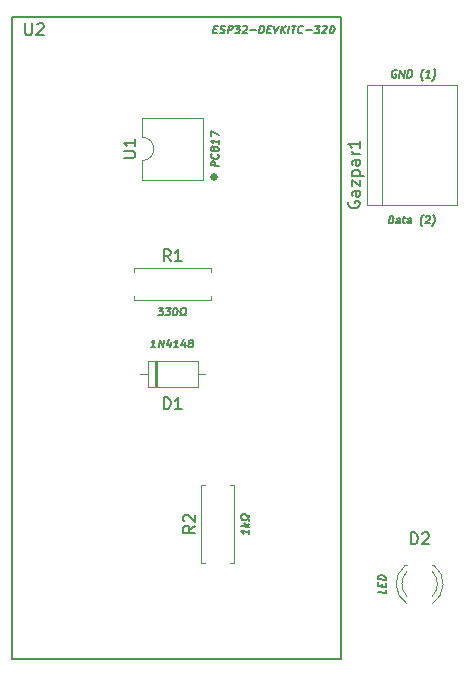
<source format=gto>
G04 #@! TF.GenerationSoftware,KiCad,Pcbnew,6.0.10+dfsg-1~bpo11+1*
G04 #@! TF.CreationDate,2023-02-14T21:12:59+00:00*
G04 #@! TF.ProjectId,Gazpar,47617a70-6172-42e6-9b69-6361645f7063,rev?*
G04 #@! TF.SameCoordinates,Original*
G04 #@! TF.FileFunction,Legend,Top*
G04 #@! TF.FilePolarity,Positive*
%FSLAX46Y46*%
G04 Gerber Fmt 4.6, Leading zero omitted, Abs format (unit mm)*
G04 Created by KiCad (PCBNEW 6.0.10+dfsg-1~bpo11+1) date 2023-02-14 21:12:59*
%MOMM*%
%LPD*%
G01*
G04 APERTURE LIST*
%ADD10C,0.150000*%
%ADD11C,0.500000*%
%ADD12C,0.120000*%
%ADD13C,0.127000*%
G04 APERTURE END LIST*
D10*
X187938938Y-60364047D02*
X188020188Y-59714047D01*
X188174950Y-59714047D01*
X188263938Y-59745000D01*
X188318105Y-59806904D01*
X188341319Y-59868809D01*
X188356796Y-59992619D01*
X188345188Y-60085476D01*
X188298760Y-60209285D01*
X188260069Y-60271190D01*
X188190427Y-60333095D01*
X188093700Y-60364047D01*
X187938938Y-60364047D01*
X188867510Y-60364047D02*
X188910069Y-60023571D01*
X188886855Y-59961666D01*
X188828819Y-59930714D01*
X188705010Y-59930714D01*
X188639236Y-59961666D01*
X188871379Y-60333095D02*
X188805605Y-60364047D01*
X188650843Y-60364047D01*
X188592808Y-60333095D01*
X188569593Y-60271190D01*
X188577331Y-60209285D01*
X188616022Y-60147380D01*
X188681796Y-60116428D01*
X188836558Y-60116428D01*
X188902331Y-60085476D01*
X189138343Y-59930714D02*
X189385962Y-59930714D01*
X189258284Y-59714047D02*
X189188641Y-60271190D01*
X189211855Y-60333095D01*
X189269891Y-60364047D01*
X189331796Y-60364047D01*
X189827034Y-60364047D02*
X189869593Y-60023571D01*
X189846379Y-59961666D01*
X189788343Y-59930714D01*
X189664534Y-59930714D01*
X189598760Y-59961666D01*
X189830903Y-60333095D02*
X189765129Y-60364047D01*
X189610367Y-60364047D01*
X189552331Y-60333095D01*
X189529117Y-60271190D01*
X189536855Y-60209285D01*
X189575546Y-60147380D01*
X189641319Y-60116428D01*
X189796081Y-60116428D01*
X189861855Y-60085476D01*
X190786558Y-60611666D02*
X190759474Y-60580714D01*
X190709177Y-60487857D01*
X190685962Y-60425952D01*
X190666617Y-60333095D01*
X190655010Y-60178333D01*
X190670486Y-60054523D01*
X190720784Y-59899761D01*
X190763343Y-59806904D01*
X190802034Y-59745000D01*
X190875546Y-59652142D01*
X190910367Y-59621190D01*
X191107688Y-59775952D02*
X191142510Y-59745000D01*
X191208284Y-59714047D01*
X191363046Y-59714047D01*
X191421081Y-59745000D01*
X191448165Y-59775952D01*
X191471379Y-59837857D01*
X191463641Y-59899761D01*
X191421081Y-59992619D01*
X191003224Y-60364047D01*
X191405605Y-60364047D01*
X191591319Y-60611666D02*
X191626141Y-60580714D01*
X191699653Y-60487857D01*
X191738343Y-60425952D01*
X191780903Y-60333095D01*
X191831200Y-60178333D01*
X191846677Y-60054523D01*
X191835069Y-59899761D01*
X191815724Y-59806904D01*
X191792510Y-59745000D01*
X191742212Y-59652142D01*
X191715129Y-59621190D01*
D11*
X173155000Y-56339285D02*
X173059761Y-56434523D01*
X173155000Y-56529761D01*
X173250238Y-56434523D01*
X173155000Y-56339285D01*
X173155000Y-56529761D01*
D10*
X188620129Y-47405000D02*
X188562093Y-47374047D01*
X188469236Y-47374047D01*
X188372510Y-47405000D01*
X188302867Y-47466904D01*
X188264177Y-47528809D01*
X188217748Y-47652619D01*
X188206141Y-47745476D01*
X188221617Y-47869285D01*
X188244831Y-47931190D01*
X188298998Y-47993095D01*
X188387986Y-48024047D01*
X188449891Y-48024047D01*
X188546617Y-47993095D01*
X188581438Y-47962142D01*
X188608522Y-47745476D01*
X188484712Y-47745476D01*
X188852272Y-48024047D02*
X188933522Y-47374047D01*
X189223700Y-48024047D01*
X189304950Y-47374047D01*
X189533224Y-48024047D02*
X189614474Y-47374047D01*
X189769236Y-47374047D01*
X189858224Y-47405000D01*
X189912391Y-47466904D01*
X189935605Y-47528809D01*
X189951081Y-47652619D01*
X189939474Y-47745476D01*
X189893046Y-47869285D01*
X189854355Y-47931190D01*
X189784712Y-47993095D01*
X189687986Y-48024047D01*
X189533224Y-48024047D01*
X190833224Y-48271666D02*
X190806141Y-48240714D01*
X190755843Y-48147857D01*
X190732629Y-48085952D01*
X190713284Y-47993095D01*
X190701677Y-47838333D01*
X190717153Y-47714523D01*
X190767450Y-47559761D01*
X190810010Y-47466904D01*
X190848700Y-47405000D01*
X190922212Y-47312142D01*
X190957034Y-47281190D01*
X191452272Y-48024047D02*
X191080843Y-48024047D01*
X191266558Y-48024047D02*
X191347808Y-47374047D01*
X191274296Y-47466904D01*
X191204653Y-47528809D01*
X191138879Y-47559761D01*
X191637986Y-48271666D02*
X191672808Y-48240714D01*
X191746319Y-48147857D01*
X191785010Y-48085952D01*
X191827569Y-47993095D01*
X191877867Y-47838333D01*
X191893343Y-47714523D01*
X191881736Y-47559761D01*
X191862391Y-47466904D01*
X191839177Y-47405000D01*
X191788879Y-47312142D01*
X191761796Y-47281190D01*
X189831904Y-87527380D02*
X189831904Y-86527380D01*
X190070000Y-86527380D01*
X190212857Y-86575000D01*
X190308095Y-86670238D01*
X190355714Y-86765476D01*
X190403333Y-86955952D01*
X190403333Y-87098809D01*
X190355714Y-87289285D01*
X190308095Y-87384523D01*
X190212857Y-87479761D01*
X190070000Y-87527380D01*
X189831904Y-87527380D01*
X190784285Y-86622619D02*
X190831904Y-86575000D01*
X190927142Y-86527380D01*
X191165238Y-86527380D01*
X191260476Y-86575000D01*
X191308095Y-86622619D01*
X191355714Y-86717857D01*
X191355714Y-86813095D01*
X191308095Y-86955952D01*
X190736666Y-87527380D01*
X191355714Y-87527380D01*
X187689047Y-91364394D02*
X187689047Y-91673918D01*
X187039047Y-91592668D01*
X187348571Y-91105168D02*
X187348571Y-90888501D01*
X187689047Y-90838203D02*
X187689047Y-91147727D01*
X187039047Y-91066477D01*
X187039047Y-90756953D01*
X187689047Y-90559632D02*
X187039047Y-90478382D01*
X187039047Y-90323620D01*
X187070000Y-90234632D01*
X187131904Y-90180465D01*
X187193809Y-90157251D01*
X187317619Y-90141775D01*
X187410476Y-90153382D01*
X187534285Y-90199811D01*
X187596190Y-90238501D01*
X187658095Y-90308144D01*
X187689047Y-90404870D01*
X187689047Y-90559632D01*
X168914404Y-76092380D02*
X168914404Y-75092380D01*
X169152500Y-75092380D01*
X169295357Y-75140000D01*
X169390595Y-75235238D01*
X169438214Y-75330476D01*
X169485833Y-75520952D01*
X169485833Y-75663809D01*
X169438214Y-75854285D01*
X169390595Y-75949523D01*
X169295357Y-76044761D01*
X169152500Y-76092380D01*
X168914404Y-76092380D01*
X170438214Y-76092380D02*
X169866785Y-76092380D01*
X170152500Y-76092380D02*
X170152500Y-75092380D01*
X170057261Y-75235238D01*
X169962023Y-75330476D01*
X169866785Y-75378095D01*
X168198105Y-70854047D02*
X167826677Y-70854047D01*
X168012391Y-70854047D02*
X168093641Y-70204047D01*
X168020129Y-70296904D01*
X167950486Y-70358809D01*
X167884712Y-70389761D01*
X168476677Y-70854047D02*
X168557927Y-70204047D01*
X168848105Y-70854047D01*
X168929355Y-70204047D01*
X169490367Y-70420714D02*
X169436200Y-70854047D01*
X169366558Y-70173095D02*
X169153760Y-70637380D01*
X169556141Y-70637380D01*
X170117153Y-70854047D02*
X169745724Y-70854047D01*
X169931438Y-70854047D02*
X170012688Y-70204047D01*
X169939177Y-70296904D01*
X169869534Y-70358809D01*
X169803760Y-70389761D01*
X170728462Y-70420714D02*
X170674296Y-70854047D01*
X170604653Y-70173095D02*
X170391855Y-70637380D01*
X170794236Y-70637380D01*
X171154058Y-70482619D02*
X171096022Y-70451666D01*
X171068938Y-70420714D01*
X171045724Y-70358809D01*
X171049593Y-70327857D01*
X171088284Y-70265952D01*
X171123105Y-70235000D01*
X171188879Y-70204047D01*
X171312688Y-70204047D01*
X171370724Y-70235000D01*
X171397808Y-70265952D01*
X171421022Y-70327857D01*
X171417153Y-70358809D01*
X171378462Y-70420714D01*
X171343641Y-70451666D01*
X171277867Y-70482619D01*
X171154058Y-70482619D01*
X171088284Y-70513571D01*
X171053462Y-70544523D01*
X171014772Y-70606428D01*
X170999296Y-70730238D01*
X171022510Y-70792142D01*
X171049593Y-70823095D01*
X171107629Y-70854047D01*
X171231438Y-70854047D01*
X171297212Y-70823095D01*
X171332034Y-70792142D01*
X171370724Y-70730238D01*
X171386200Y-70606428D01*
X171362986Y-70544523D01*
X171335903Y-70513571D01*
X171277867Y-70482619D01*
X157172801Y-43417169D02*
X157172801Y-44227005D01*
X157220438Y-44322280D01*
X157268076Y-44369918D01*
X157363350Y-44417555D01*
X157553900Y-44417555D01*
X157649175Y-44369918D01*
X157696812Y-44322280D01*
X157744450Y-44227005D01*
X157744450Y-43417169D01*
X158173187Y-43512444D02*
X158220824Y-43464807D01*
X158316099Y-43417169D01*
X158554286Y-43417169D01*
X158649561Y-43464807D01*
X158697198Y-43512444D01*
X158744836Y-43607719D01*
X158744836Y-43702994D01*
X158697198Y-43845906D01*
X158125549Y-44417555D01*
X158744836Y-44417555D01*
X173144355Y-43918571D02*
X173361022Y-43918571D01*
X173411319Y-44259047D02*
X173101796Y-44259047D01*
X173183046Y-43609047D01*
X173492569Y-43609047D01*
X173662808Y-44228095D02*
X173751796Y-44259047D01*
X173906558Y-44259047D01*
X173972331Y-44228095D01*
X174007153Y-44197142D01*
X174045843Y-44135238D01*
X174053581Y-44073333D01*
X174030367Y-44011428D01*
X174003284Y-43980476D01*
X173945248Y-43949523D01*
X173825308Y-43918571D01*
X173767272Y-43887619D01*
X173740188Y-43856666D01*
X173716974Y-43794761D01*
X173724712Y-43732857D01*
X173763403Y-43670952D01*
X173798224Y-43640000D01*
X173863998Y-43609047D01*
X174018760Y-43609047D01*
X174107748Y-43640000D01*
X174308938Y-44259047D02*
X174390188Y-43609047D01*
X174637808Y-43609047D01*
X174695843Y-43640000D01*
X174722927Y-43670952D01*
X174746141Y-43732857D01*
X174734534Y-43825714D01*
X174695843Y-43887619D01*
X174661022Y-43918571D01*
X174595248Y-43949523D01*
X174347629Y-43949523D01*
X174978284Y-43609047D02*
X175380665Y-43609047D01*
X175133046Y-43856666D01*
X175225903Y-43856666D01*
X175283938Y-43887619D01*
X175311022Y-43918571D01*
X175334236Y-43980476D01*
X175314891Y-44135238D01*
X175276200Y-44197142D01*
X175241379Y-44228095D01*
X175175605Y-44259047D01*
X174989891Y-44259047D01*
X174931855Y-44228095D01*
X174904772Y-44197142D01*
X175620546Y-43670952D02*
X175655367Y-43640000D01*
X175721141Y-43609047D01*
X175875903Y-43609047D01*
X175933938Y-43640000D01*
X175961022Y-43670952D01*
X175984236Y-43732857D01*
X175976498Y-43794761D01*
X175933938Y-43887619D01*
X175516081Y-44259047D01*
X175918462Y-44259047D01*
X176227986Y-44011428D02*
X176723224Y-44011428D01*
X177001796Y-44259047D02*
X177083046Y-43609047D01*
X177237808Y-43609047D01*
X177326796Y-43640000D01*
X177380962Y-43701904D01*
X177404177Y-43763809D01*
X177419653Y-43887619D01*
X177408046Y-43980476D01*
X177361617Y-44104285D01*
X177322927Y-44166190D01*
X177253284Y-44228095D01*
X177156558Y-44259047D01*
X177001796Y-44259047D01*
X177694355Y-43918571D02*
X177911022Y-43918571D01*
X177961319Y-44259047D02*
X177651796Y-44259047D01*
X177733046Y-43609047D01*
X178042569Y-43609047D01*
X178228284Y-43609047D02*
X178363700Y-44259047D01*
X178661617Y-43609047D01*
X178797034Y-44259047D02*
X178878284Y-43609047D01*
X179168462Y-44259047D02*
X178936319Y-43887619D01*
X179249712Y-43609047D02*
X178831855Y-43980476D01*
X179447034Y-44259047D02*
X179528284Y-43609047D01*
X179744950Y-43609047D02*
X180116379Y-43609047D01*
X179849415Y-44259047D02*
X179930665Y-43609047D01*
X180630962Y-44197142D02*
X180596141Y-44228095D01*
X180499415Y-44259047D01*
X180437510Y-44259047D01*
X180348522Y-44228095D01*
X180294355Y-44166190D01*
X180271141Y-44104285D01*
X180255665Y-43980476D01*
X180267272Y-43887619D01*
X180313700Y-43763809D01*
X180352391Y-43701904D01*
X180422034Y-43640000D01*
X180518760Y-43609047D01*
X180580665Y-43609047D01*
X180669653Y-43640000D01*
X180696736Y-43670952D01*
X180932748Y-44011428D02*
X181427986Y-44011428D01*
X181725903Y-43609047D02*
X182128284Y-43609047D01*
X181880665Y-43856666D01*
X181973522Y-43856666D01*
X182031558Y-43887619D01*
X182058641Y-43918571D01*
X182081855Y-43980476D01*
X182062510Y-44135238D01*
X182023819Y-44197142D01*
X181988998Y-44228095D01*
X181923224Y-44259047D01*
X181737510Y-44259047D01*
X181679474Y-44228095D01*
X181652391Y-44197142D01*
X182368165Y-43670952D02*
X182402986Y-43640000D01*
X182468760Y-43609047D01*
X182623522Y-43609047D01*
X182681558Y-43640000D01*
X182708641Y-43670952D01*
X182731855Y-43732857D01*
X182724117Y-43794761D01*
X182681558Y-43887619D01*
X182263700Y-44259047D01*
X182666081Y-44259047D01*
X182944653Y-44259047D02*
X183025903Y-43609047D01*
X183180665Y-43609047D01*
X183269653Y-43640000D01*
X183323819Y-43701904D01*
X183347034Y-43763809D01*
X183362510Y-43887619D01*
X183350903Y-43980476D01*
X183304474Y-44104285D01*
X183265784Y-44166190D01*
X183196141Y-44228095D01*
X183099415Y-44259047D01*
X182944653Y-44259047D01*
X169485833Y-63562380D02*
X169152500Y-63086190D01*
X168914404Y-63562380D02*
X168914404Y-62562380D01*
X169295357Y-62562380D01*
X169390595Y-62610000D01*
X169438214Y-62657619D01*
X169485833Y-62752857D01*
X169485833Y-62895714D01*
X169438214Y-62990952D01*
X169390595Y-63038571D01*
X169295357Y-63086190D01*
X168914404Y-63086190D01*
X170438214Y-63562380D02*
X169866785Y-63562380D01*
X170152500Y-63562380D02*
X170152500Y-62562380D01*
X170057261Y-62705238D01*
X169962023Y-62800476D01*
X169866785Y-62848095D01*
X168465069Y-67494047D02*
X168867450Y-67494047D01*
X168619831Y-67741666D01*
X168712688Y-67741666D01*
X168770724Y-67772619D01*
X168797808Y-67803571D01*
X168821022Y-67865476D01*
X168801677Y-68020238D01*
X168762986Y-68082142D01*
X168728165Y-68113095D01*
X168662391Y-68144047D01*
X168476677Y-68144047D01*
X168418641Y-68113095D01*
X168391558Y-68082142D01*
X169084117Y-67494047D02*
X169486498Y-67494047D01*
X169238879Y-67741666D01*
X169331736Y-67741666D01*
X169389772Y-67772619D01*
X169416855Y-67803571D01*
X169440069Y-67865476D01*
X169420724Y-68020238D01*
X169382034Y-68082142D01*
X169347212Y-68113095D01*
X169281438Y-68144047D01*
X169095724Y-68144047D01*
X169037688Y-68113095D01*
X169010605Y-68082142D01*
X169888879Y-67494047D02*
X169950784Y-67494047D01*
X170008819Y-67525000D01*
X170035903Y-67555952D01*
X170059117Y-67617857D01*
X170074593Y-67741666D01*
X170055248Y-67896428D01*
X170008819Y-68020238D01*
X169970129Y-68082142D01*
X169935308Y-68113095D01*
X169869534Y-68144047D01*
X169807629Y-68144047D01*
X169749593Y-68113095D01*
X169722510Y-68082142D01*
X169699296Y-68020238D01*
X169683819Y-67896428D01*
X169703165Y-67741666D01*
X169749593Y-67617857D01*
X169788284Y-67555952D01*
X169823105Y-67525000D01*
X169888879Y-67494047D01*
X170271915Y-68144047D02*
X170426677Y-68144047D01*
X170442153Y-68020238D01*
X170384117Y-67989285D01*
X170329950Y-67927380D01*
X170310605Y-67834523D01*
X170329950Y-67679761D01*
X170372510Y-67586904D01*
X170442153Y-67525000D01*
X170538879Y-67494047D01*
X170662688Y-67494047D01*
X170751677Y-67525000D01*
X170805843Y-67586904D01*
X170825188Y-67679761D01*
X170805843Y-67834523D01*
X170763284Y-67927380D01*
X170693641Y-67989285D01*
X170627867Y-68020238D01*
X170612391Y-68144047D01*
X170767153Y-68144047D01*
X165499880Y-54811904D02*
X166309404Y-54811904D01*
X166404642Y-54764285D01*
X166452261Y-54716666D01*
X166499880Y-54621428D01*
X166499880Y-54430952D01*
X166452261Y-54335714D01*
X166404642Y-54288095D01*
X166309404Y-54240476D01*
X165499880Y-54240476D01*
X166499880Y-53240476D02*
X166499880Y-53811904D01*
X166499880Y-53526190D02*
X165499880Y-53526190D01*
X165642738Y-53621428D01*
X165737976Y-53716666D01*
X165785595Y-53811904D01*
X173541547Y-55535346D02*
X172891547Y-55454096D01*
X172891547Y-55206477D01*
X172922500Y-55148441D01*
X172953452Y-55121358D01*
X173015357Y-55098144D01*
X173108214Y-55109751D01*
X173170119Y-55148441D01*
X173201071Y-55183263D01*
X173232023Y-55249037D01*
X173232023Y-55496656D01*
X173479642Y-54506180D02*
X173510595Y-54541001D01*
X173541547Y-54637727D01*
X173541547Y-54699632D01*
X173510595Y-54788620D01*
X173448690Y-54842787D01*
X173386785Y-54866001D01*
X173262976Y-54881477D01*
X173170119Y-54869870D01*
X173046309Y-54823441D01*
X172984404Y-54784751D01*
X172922500Y-54715108D01*
X172891547Y-54618382D01*
X172891547Y-54556477D01*
X172922500Y-54467489D01*
X172953452Y-54440406D01*
X173170119Y-54096061D02*
X173139166Y-54154096D01*
X173108214Y-54181180D01*
X173046309Y-54204394D01*
X173015357Y-54200525D01*
X172953452Y-54161834D01*
X172922500Y-54127013D01*
X172891547Y-54061239D01*
X172891547Y-53937430D01*
X172922500Y-53879394D01*
X172953452Y-53852311D01*
X173015357Y-53829096D01*
X173046309Y-53832965D01*
X173108214Y-53871656D01*
X173139166Y-53906477D01*
X173170119Y-53972251D01*
X173170119Y-54096061D01*
X173201071Y-54161834D01*
X173232023Y-54196656D01*
X173293928Y-54235346D01*
X173417738Y-54250822D01*
X173479642Y-54227608D01*
X173510595Y-54200525D01*
X173541547Y-54142489D01*
X173541547Y-54018680D01*
X173510595Y-53952906D01*
X173479642Y-53918084D01*
X173417738Y-53879394D01*
X173293928Y-53863918D01*
X173232023Y-53887132D01*
X173201071Y-53914215D01*
X173170119Y-53972251D01*
X173541547Y-53275822D02*
X173541547Y-53647251D01*
X173541547Y-53461537D02*
X172891547Y-53380287D01*
X172984404Y-53453799D01*
X173046309Y-53523441D01*
X173077261Y-53589215D01*
X172891547Y-52977906D02*
X172891547Y-52544572D01*
X173541547Y-52904394D01*
X184570000Y-58515714D02*
X184522380Y-58610952D01*
X184522380Y-58753809D01*
X184570000Y-58896666D01*
X184665238Y-58991904D01*
X184760476Y-59039523D01*
X184950952Y-59087142D01*
X185093809Y-59087142D01*
X185284285Y-59039523D01*
X185379523Y-58991904D01*
X185474761Y-58896666D01*
X185522380Y-58753809D01*
X185522380Y-58658571D01*
X185474761Y-58515714D01*
X185427142Y-58468095D01*
X185093809Y-58468095D01*
X185093809Y-58658571D01*
X185522380Y-57610952D02*
X184998571Y-57610952D01*
X184903333Y-57658571D01*
X184855714Y-57753809D01*
X184855714Y-57944285D01*
X184903333Y-58039523D01*
X185474761Y-57610952D02*
X185522380Y-57706190D01*
X185522380Y-57944285D01*
X185474761Y-58039523D01*
X185379523Y-58087142D01*
X185284285Y-58087142D01*
X185189047Y-58039523D01*
X185141428Y-57944285D01*
X185141428Y-57706190D01*
X185093809Y-57610952D01*
X184855714Y-57230000D02*
X184855714Y-56706190D01*
X185522380Y-57230000D01*
X185522380Y-56706190D01*
X184855714Y-56325238D02*
X185855714Y-56325238D01*
X184903333Y-56325238D02*
X184855714Y-56230000D01*
X184855714Y-56039523D01*
X184903333Y-55944285D01*
X184950952Y-55896666D01*
X185046190Y-55849047D01*
X185331904Y-55849047D01*
X185427142Y-55896666D01*
X185474761Y-55944285D01*
X185522380Y-56039523D01*
X185522380Y-56230000D01*
X185474761Y-56325238D01*
X185522380Y-54991904D02*
X184998571Y-54991904D01*
X184903333Y-55039523D01*
X184855714Y-55134761D01*
X184855714Y-55325238D01*
X184903333Y-55420476D01*
X185474761Y-54991904D02*
X185522380Y-55087142D01*
X185522380Y-55325238D01*
X185474761Y-55420476D01*
X185379523Y-55468095D01*
X185284285Y-55468095D01*
X185189047Y-55420476D01*
X185141428Y-55325238D01*
X185141428Y-55087142D01*
X185093809Y-54991904D01*
X185522380Y-54515714D02*
X184855714Y-54515714D01*
X185046190Y-54515714D02*
X184950952Y-54468095D01*
X184903333Y-54420476D01*
X184855714Y-54325238D01*
X184855714Y-54230000D01*
X185522380Y-53372857D02*
X185522380Y-53944285D01*
X185522380Y-53658571D02*
X184522380Y-53658571D01*
X184665238Y-53753809D01*
X184760476Y-53849047D01*
X184808095Y-53944285D01*
X171544880Y-85966666D02*
X171068690Y-86300000D01*
X171544880Y-86538095D02*
X170544880Y-86538095D01*
X170544880Y-86157142D01*
X170592500Y-86061904D01*
X170640119Y-86014285D01*
X170735357Y-85966666D01*
X170878214Y-85966666D01*
X170973452Y-86014285D01*
X171021071Y-86061904D01*
X171068690Y-86157142D01*
X171068690Y-86538095D01*
X170640119Y-85585714D02*
X170592500Y-85538095D01*
X170544880Y-85442857D01*
X170544880Y-85204761D01*
X170592500Y-85109523D01*
X170640119Y-85061904D01*
X170735357Y-85014285D01*
X170830595Y-85014285D01*
X170973452Y-85061904D01*
X171544880Y-85633333D01*
X171544880Y-85014285D01*
X176126547Y-86310346D02*
X176126547Y-86681775D01*
X176126547Y-86496061D02*
X175476547Y-86414811D01*
X175569404Y-86488322D01*
X175631309Y-86557965D01*
X175662261Y-86623739D01*
X176126547Y-86031775D02*
X175476547Y-85950525D01*
X175878928Y-85938918D02*
X176126547Y-85784156D01*
X175693214Y-85729989D02*
X175940833Y-86008561D01*
X176126547Y-85536537D02*
X176126547Y-85381775D01*
X176002738Y-85366299D01*
X175971785Y-85424334D01*
X175909880Y-85478501D01*
X175817023Y-85497846D01*
X175662261Y-85478501D01*
X175569404Y-85435941D01*
X175507500Y-85366299D01*
X175476547Y-85269572D01*
X175476547Y-85145763D01*
X175507500Y-85056775D01*
X175569404Y-85002608D01*
X175662261Y-84983263D01*
X175817023Y-85002608D01*
X175909880Y-85045168D01*
X175971785Y-85114811D01*
X176002738Y-85180584D01*
X176126547Y-85196061D01*
X176126547Y-85041299D01*
D12*
X191806000Y-89320000D02*
X191650000Y-89320000D01*
X189490000Y-89320000D02*
X189334000Y-89320000D01*
X191648608Y-92552335D02*
G75*
G03*
X191805516Y-89320000I-1078608J1672335D01*
G01*
X189334484Y-89320000D02*
G75*
G03*
X189491392Y-92552335I1235516J-1560000D01*
G01*
X191649837Y-91921130D02*
G75*
G03*
X191650000Y-89839039I-1079837J1041130D01*
G01*
X189490000Y-89839039D02*
G75*
G03*
X189490163Y-91921130I1080000J-1040961D01*
G01*
X171772500Y-71980000D02*
X167532500Y-71980000D01*
X168252500Y-71980000D02*
X168252500Y-74220000D01*
X172422500Y-73100000D02*
X171772500Y-73100000D01*
X167532500Y-71980000D02*
X167532500Y-74220000D01*
X167532500Y-74220000D02*
X171772500Y-74220000D01*
X171772500Y-74220000D02*
X171772500Y-71980000D01*
X166882500Y-73100000D02*
X167532500Y-73100000D01*
X168132500Y-71980000D02*
X168132500Y-74220000D01*
X168372500Y-71980000D02*
X168372500Y-74220000D01*
D13*
X156050000Y-42850000D02*
X183950000Y-42850000D01*
X156050000Y-97250000D02*
X156050000Y-42850000D01*
X183950000Y-97250000D02*
X156050000Y-97250000D01*
X183950000Y-42850000D02*
X183950000Y-97250000D01*
D12*
X166382500Y-64110000D02*
X172922500Y-64110000D01*
X166382500Y-64440000D02*
X166382500Y-64110000D01*
X166382500Y-66850000D02*
X172922500Y-66850000D01*
X172922500Y-66850000D02*
X172922500Y-66520000D01*
X166382500Y-66520000D02*
X166382500Y-66850000D01*
X172922500Y-64110000D02*
X172922500Y-64440000D01*
X172247500Y-51400000D02*
X167047500Y-51400000D01*
X167047500Y-56700000D02*
X172247500Y-56700000D01*
X167047500Y-51400000D02*
X167047500Y-53050000D01*
X167047500Y-55050000D02*
X167047500Y-56700000D01*
X172247500Y-56700000D02*
X172247500Y-51400000D01*
X167047500Y-55050000D02*
G75*
G03*
X167047500Y-53050000I0J1000000D01*
G01*
X193745000Y-58800000D02*
X193745000Y-48640000D01*
X193745000Y-48640000D02*
X186125000Y-48640000D01*
X187395000Y-58800000D02*
X187395000Y-48640000D01*
X186125000Y-48640000D02*
X186125000Y-58800000D01*
X186125000Y-58800000D02*
X193745000Y-58800000D01*
X172092500Y-82530000D02*
X172422500Y-82530000D01*
X174832500Y-82530000D02*
X174502500Y-82530000D01*
X172422500Y-89070000D02*
X172092500Y-89070000D01*
X174832500Y-89070000D02*
X174832500Y-82530000D01*
X172092500Y-89070000D02*
X172092500Y-82530000D01*
X174502500Y-89070000D02*
X174832500Y-89070000D01*
M02*

</source>
